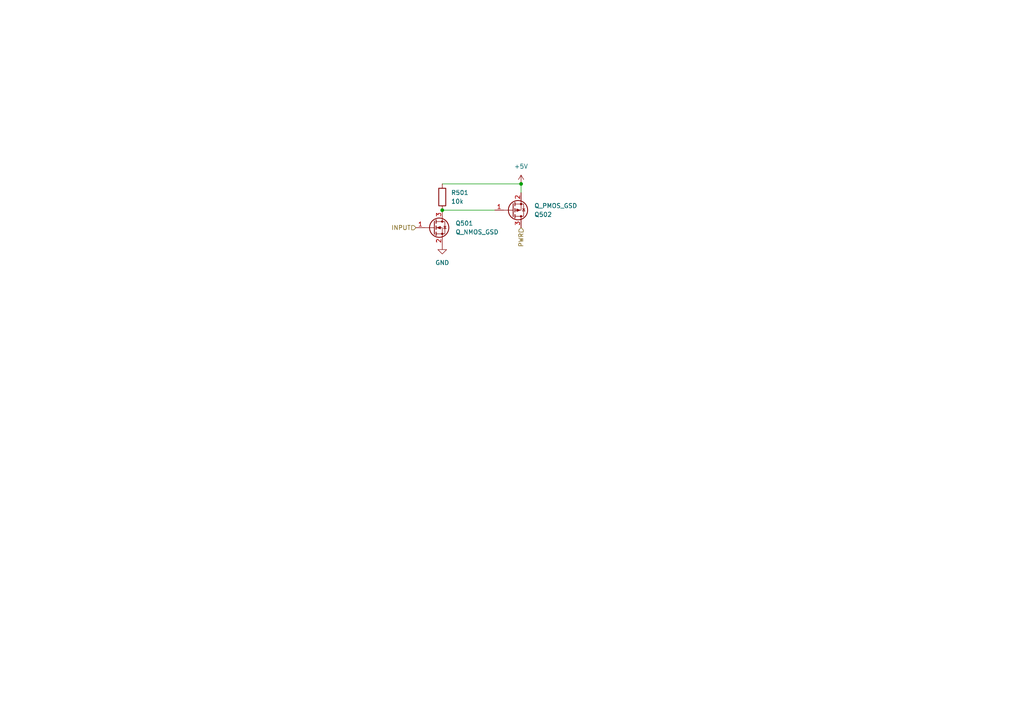
<source format=kicad_sch>
(kicad_sch (version 20250114) (generator "eeschema") (generator_version "9.0")
  (paper "A4")
  (lib_symbols
    (symbol "Device:R" (pin_numbers (hide yes)) (pin_names (offset 0))
      (property "Reference" "R" (at 2.032 0 90))
      (property "Value" "R" (at 0 0 90))
      (symbol "R_0_1"
        (rectangle (start -1.016 -2.54) (end 1.016 2.54) (stroke (width 0.254)))
      )
      (symbol "R_1_1"
        (pin passive line (at 0 3.81 270) (length 1.27) (name "~") (number "1"))
        (pin passive line (at 0 -3.81 90) (length 1.27) (name "~") (number "2"))
      )
    )
    (symbol "Transistor_FET:Q_NMOS_GSD" (pin_names (offset 0) (hide yes))
      (property "Reference" "Q" (at 5.08 1.905 0))
      (property "Value" "Q_NMOS_GSD" (at 5.08 0 0))
      (symbol "Q_NMOS_GSD_0_1"
        (polyline (pts (xy 0.254 1.905) (xy 0.254 -1.905)) (stroke (width 0.254)))
        (polyline (pts (xy 0.254 0) (xy -2.54 0)))
        (polyline (pts (xy 0.762 2.286) (xy 0.762 1.27)) (stroke (width 0.254)))
        (polyline (pts (xy 0.762 0.508) (xy 0.762 -0.508)) (stroke (width 0.254)))
        (polyline (pts (xy 0.762 -1.27) (xy 0.762 -2.286)) (stroke (width 0.254)))
        (polyline (pts (xy 0.762 -1.778) (xy 3.302 -1.778) (xy 3.302 1.778) (xy 0.762 1.778)))
        (polyline (pts (xy 1.016 0) (xy 2.032 0.381) (xy 2.032 -0.381) (xy 1.016 0)) (fill (type outline)))
        (circle (center 1.651 0) (radius 2.794) (stroke (width 0.254)))
        (polyline (pts (xy 2.54 2.54) (xy 2.54 1.778)))
        (circle (center 2.54 1.778) (radius 0.254) (fill (type outline)))
        (circle (center 2.54 -1.778) (radius 0.254) (fill (type outline)))
        (polyline (pts (xy 2.54 -2.54) (xy 2.54 0) (xy 0.762 0)))
        (polyline (pts (xy 2.921 0.381) (xy 3.683 0.381)))
        (polyline (pts (xy 3.302 0.381) (xy 2.921 -0.254) (xy 3.683 -0.254) (xy 3.302 0.381)))
      )
      (symbol "Q_NMOS_GSD_1_1"
        (pin input line (at -5.08 0 0) (length 2.54) (name "G") (number "1"))
        (pin passive line (at 2.54 5.08 270) (length 2.54) (name "D") (number "3"))
        (pin passive line (at 2.54 -5.08 90) (length 2.54) (name "S") (number "2"))
      )
    )
    (symbol "Transistor_FET:Q_PMOS_GSD" (pin_names (offset 0) (hide yes))
      (property "Reference" "Q" (at 5.08 1.905 0))
      (property "Value" "Q_PMOS_GSD" (at 5.08 0 0))
      (symbol "Q_PMOS_GSD_0_1"
        (polyline (pts (xy 0.254 1.905) (xy 0.254 -1.905)) (stroke (width 0.254)))
        (polyline (pts (xy 0.254 0) (xy -2.54 0)))
        (polyline (pts (xy 0.762 2.286) (xy 0.762 1.27)) (stroke (width 0.254)))
        (polyline (pts (xy 0.762 1.778) (xy 3.302 1.778) (xy 3.302 -1.778) (xy 0.762 -1.778)))
        (polyline (pts (xy 0.762 0.508) (xy 0.762 -0.508)) (stroke (width 0.254)))
        (polyline (pts (xy 0.762 -1.27) (xy 0.762 -2.286)) (stroke (width 0.254)))
        (circle (center 1.651 0) (radius 2.794) (stroke (width 0.254)))
        (polyline (pts (xy 2.286 0) (xy 1.27 0.381) (xy 1.27 -0.381) (xy 2.286 0)) (fill (type outline)))
        (polyline (pts (xy 2.54 2.54) (xy 2.54 1.778)))
        (circle (center 2.54 1.778) (radius 0.254) (fill (type outline)))
        (circle (center 2.54 -1.778) (radius 0.254) (fill (type outline)))
        (polyline (pts (xy 2.54 -2.54) (xy 2.54 0) (xy 0.762 0)))
        (polyline (pts (xy 2.921 -0.381) (xy 3.683 -0.381)))
        (polyline (pts (xy 3.302 -0.381) (xy 2.921 0.254) (xy 3.683 0.254) (xy 3.302 -0.381)))
      )
      (symbol "Q_PMOS_GSD_1_1"
        (pin input line (at -5.08 0 0) (length 2.54) (name "G") (number "1"))
        (pin passive line (at 2.54 5.08 270) (length 2.54) (name "D") (number "3"))
        (pin passive line (at 2.54 -5.08 90) (length 2.54) (name "S") (number "2"))
      )
    )
    (symbol "power:+5V" (power) (pin_numbers (hide yes)) (pin_names (offset 0) (hide yes))
      (property "Value" "+5V" (at 0 3.556 0))
      (symbol "+5V_0_1"
        (polyline (pts (xy -0.762 1.27) (xy 0 2.54)))
        (polyline (pts (xy 0 2.54) (xy 0.762 1.27)))
        (polyline (pts (xy 0 0) (xy 0 2.54)))
      )
      (symbol "+5V_1_1"
        (pin power_in line (at 0 0 90) (length 0) (name "~") (number "1"))
      )
    )
    (symbol "power:GND" (power) (pin_numbers (hide yes)) (pin_names (offset 0) (hide yes))
      (property "Value" "GND" (at 0 -3.81 0))
      (symbol "GND_0_1"
        (polyline (pts (xy 0 0) (xy 0 -1.27) (xy 1.27 -1.27) (xy 0 -2.54) (xy -1.27 -1.27) (xy 0 -1.27)))
      )
      (symbol "GND_1_1"
        (pin power_in line (at 0 0 270) (length 0) (name "~") (number "1"))
      )
    )
  )
  (junction (at 151.13 53.34))
  (junction (at 128.27 60.96))
  (wire (pts (xy 151.13 53.34) (xy 151.13 55.88)))
  (wire (pts (xy 128.27 53.34) (xy 151.13 53.34)))
  (wire (pts (xy 128.27 60.96) (xy 143.51 60.96)))
  (hierarchical_label "PWR" (shape input) (at 151.13 66.04 270))
  (hierarchical_label "INPUT" (shape input) (at 120.65 66.04 180))
  (symbol (lib_id "Device:R") (at 128.27 57.15 0) (unit 1)
    (property "Reference" "R301" (at 130.81 55.8799 0) (effects (justify left)))
    (property "Value" "10k" (at 130.81 58.4199 0) (effects (justify left)))
    (property "Footprint" "Resistor_SMD:R_0603_1608Metric_Pad0.98x0.95mm_HandSolder" (effects (hide yes)))
    (property "Description" "Resistor" (effects (hide yes)))
    (instances (project "MB" (path "" (reference "R501") (unit 1)) (path "" (reference "R301") (unit 1))))
  )
  (symbol (lib_id "Transistor_FET:Q_NMOS_GSD") (at 125.73 66.04 0) (unit 1)
    (property "Reference" "Q301" (at 132.08 64.7699 0) (effects (justify left)))
    (property "Value" "Q_NMOS_GSD" (at 132.08 67.3099 0) (effects (justify left)))
    (property "Footprint" "Package_TO_SOT_SMD:SOT-23" (effects (hide yes)))
    (property "Description" "N-MOSFET transistor, gate/source/drain" (effects (hide yes)))
    (instances (project "" (path "" (reference "Q501") (unit 1)) (path "" (reference "Q301") (unit 1))))
  )
  (symbol (lib_id "Transistor_FET:Q_PMOS_GSD") (at 148.59 60.96 0) (mirror x) (unit 1)
    (property "Reference" "Q302" (at 154.94 62.2301 0) (effects (justify left)))
    (property "Value" "Q_PMOS_GSD" (at 154.94 59.6901 0) (effects (justify left)))
    (property "Footprint" "Package_TO_SOT_SMD:SOT-23" (effects (hide yes)))
    (property "Description" "P-MOSFET transistor, gate/source/drain" (effects (hide yes)))
    (instances (project "" (path "" (reference "Q502") (unit 1)) (path "" (reference "Q302") (unit 1))))
  )
  (symbol (lib_id "power:+5V") (at 151.13 53.34 0) (unit 1)
    (property "Reference" "#PWR0302" (effects (hide yes)))
    (property "Value" "+5V" (at 151.13 48.26 0))
    (property "Description" "Power symbol creates a global label with name \"+5V\"" (effects (hide yes)))
    (instances (project "" (path "" (reference "#PWR0502") (unit 1)) (path "" (reference "#PWR0302") (unit 1))))
  )
  (symbol (lib_id "power:GND") (at 128.27 71.12 0) (unit 1)
    (property "Reference" "#PWR0301" (effects (hide yes)))
    (property "Value" "GND" (at 128.27 76.2 0))
    (property "Description" "Power symbol creates a global label with name \"GND\" , ground" (effects (hide yes)))
    (instances (project "" (path "" (reference "#PWR0501") (unit 1)) (path "" (reference "#PWR0301") (unit 1))))
  )
)
</source>
